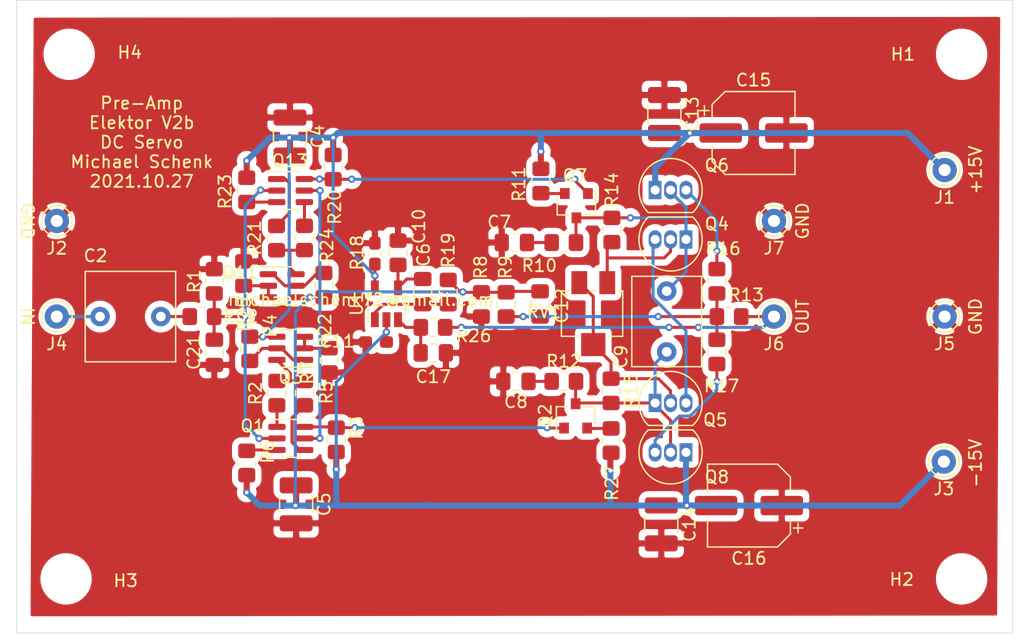
<source format=kicad_pcb>
(kicad_pcb (version 20171130) (host pcbnew "(5.1.10-0-10_14)")
  (layers (0 F.Cu signal) (31 B.Cu signal) (34 B.Paste user) (35 F.Paste user) (36 B.SilkS user) (37 F.SilkS user) (38 B.Mask user) (39 F.Mask user) (44 Edge.Cuts user))
  (net 0 "")
  (net 1 GND)
  (net 2 +15V)
  (net 3 "Net-(C2-Pad2)")
  (net 4 "Net-(C2-Pad1)")
  (net 5 -15V)
  (net 6 "Net-(C7-Pad2)")
  (net 7 "Net-(Q2-Pad2)")
  (net 8 "Net-(Q7-Pad2)")
  (net 9 "Net-(C12-Pad2)")
  (net 10 "Net-(C12-Pad1)")
  (net 11 "Net-(Q11-Pad1)")
  (net 12 "Net-(Q11-Pad6)")
  (net 13 "Net-(Q11-Pad2)")
  (net 14 "Net-(Q13-Pad4)")
  (net 15 "Net-(Q13-Pad3)")
  (net 16 "Net-(Q13-Pad1)")
  (net 17 "Net-(Q3-Pad6)")
  (net 18 "Net-(Q3-Pad1)")
  (net 19 "Net-(Q3-Pad2)")
  (net 20 "Net-(Q1-Pad4)")
  (net 21 "Net-(Q1-Pad3)")
  (net 22 "Net-(Q1-Pad1)")
  (net 23 "Net-(C8-Pad1)")
  (net 24 "Net-(C9-Pad2)")
  (net 25 "Net-(C9-Pad1)")
  (net 26 "Net-(Q1-Pad6)")
  (net 27 "Net-(Q4-Pad3)")
  (net 28 "Net-(Q4-Pad2)")
  (net 29 "Net-(Q5-Pad2)")
  (net 30 "Net-(Q6-Pad3)")
  (net 31 "Net-(Q13-Pad6)")
  (net 32 "Net-(Q8-Pad3)")
  (net 33 "Net-(C21-Pad2)")
  (net 34 "Net-(C6-Pad2)")
  (net 35 DCSERVO_OUT)
  (net 36 "Net-(C17-Pad2)")
  (net 37 DCSERVO_IN)
  (module Capacitor_SMD:CP_Elec_6.3x5.8 (layer F.Cu) (at 182.151 137.4775 180)
    (fp_text reference C16 (at 0 -4.35) (layer F.SilkS))
    (fp_text value 10uF/25V)
    (pad 2 smd roundrect (at 2.7 0 180) (size 3.5 1.6) (layers F.Cu F.Paste F.Mask) (roundrect_rratio 0.15625) (net 5 -15V))
    (pad 1 smd roundrect (at -2.7 0 180) (size 3.5 1.6) (layers F.Cu F.Paste F.Mask) (roundrect_rratio 0.15625) (net 1 GND))
  )
  (module Capacitor_SMD:CP_Elec_6.3x5.8 (layer F.Cu) (at 182.532 106.807)
    (fp_text reference C15 (at 0 -4.35) (layer F.SilkS))
    (fp_text value 10uF/25V)
    (pad 2 smd roundrect (at 2.7 0) (size 3.5 1.6) (layers F.Cu F.Paste F.Mask) (roundrect_rratio 0.15625) (net 1 GND))
    (pad 1 smd roundrect (at -2.7 0) (size 3.5 1.6) (layers F.Cu F.Paste F.Mask) (roundrect_rratio 0.15625) (net 2 +15V))
  )
  (module Capacitor_SMD:C_1210_3225Metric_Pad1.33x2.70mm_HandSolder (layer F.Cu) (at 174.9425 139.0265 270)
    (fp_text reference C14 (at 0 -2.3 90) (layer F.SilkS))
    (fp_text value 100nF)
    (pad 2 smd roundrect (at 1.5625 0 270) (size 1.325 2.7) (layers F.Cu F.Paste F.Mask) (roundrect_rratio 0.188679) (net 1 GND))
    (pad 1 smd roundrect (at -1.5625 0 270) (size 1.325 2.7) (layers F.Cu F.Paste F.Mask) (roundrect_rratio 0.188679) (net 5 -15V))
  )
  (module Capacitor_SMD:C_1210_3225Metric_Pad1.33x2.70mm_HandSolder (layer F.Cu) (at 175.1965 105.2445 270)
    (fp_text reference C13 (at 0 -2.3 90) (layer F.SilkS))
    (fp_text value 100nF)
    (pad 2 smd roundrect (at 1.5625 0 270) (size 1.325 2.7) (layers F.Cu F.Paste F.Mask) (roundrect_rratio 0.188679) (net 2 +15V))
    (pad 1 smd roundrect (at -1.5625 0 270) (size 1.325 2.7) (layers F.Cu F.Paste F.Mask) (roundrect_rratio 0.188679) (net 1 GND))
  )
  (module Capacitor_SMD:C_1210_3225Metric_Pad1.33x2.70mm_HandSolder (layer F.Cu) (at 144.907 137.3755 270)
    (fp_text reference C5 (at 0 -2.3 90) (layer F.SilkS))
    (fp_text value 100nF)
    (pad 2 smd roundrect (at 1.5625 0 270) (size 1.325 2.7) (layers F.Cu F.Paste F.Mask) (roundrect_rratio 0.188679) (net 1 GND))
    (pad 1 smd roundrect (at -1.5625 0 270) (size 1.325 2.7) (layers F.Cu F.Paste F.Mask) (roundrect_rratio 0.188679) (net 5 -15V))
  )
  (module Capacitor_SMD:C_1210_3225Metric_Pad1.33x2.70mm_HandSolder (layer F.Cu) (at 144.399 107.0995 270)
    (fp_text reference C4 (at 0 -2.3 90) (layer F.SilkS))
    (fp_text value 100nF)
    (pad 2 smd roundrect (at 1.5625 0 270) (size 1.325 2.7) (layers F.Cu F.Paste F.Mask) (roundrect_rratio 0.188679) (net 2 +15V))
    (pad 1 smd roundrect (at -1.5625 0 270) (size 1.325 2.7) (layers F.Cu F.Paste F.Mask) (roundrect_rratio 0.188679) (net 1 GND))
  )
  (module Package_TO_SOT_SMD:TSOT-23-5 (layer F.Cu) (at 152.334 120.864 90)
    (fp_text reference U1 (at 0 -2.45 90) (layer F.SilkS))
    (fp_text value OPA188xxDBV)
    (pad 5 smd rect (at 1.31 -0.95 90) (size 1.22 0.65) (layers F.Cu F.Paste F.Mask) (net 2 +15V))
    (pad 4 smd rect (at 1.31 0.95 90) (size 1.22 0.65) (layers F.Cu F.Paste F.Mask) (net 34 "Net-(C6-Pad2)"))
    (pad 3 smd rect (at -1.31 0.95 90) (size 1.22 0.65) (layers F.Cu F.Paste F.Mask) (net 36 "Net-(C17-Pad2)"))
    (pad 2 smd rect (at -1.31 0 90) (size 1.22 0.65) (layers F.Cu F.Paste F.Mask) (net 5 -15V))
    (pad 1 smd rect (at -1.31 -0.95 90) (size 1.22 0.65) (layers F.Cu F.Paste F.Mask) (net 35 DCSERVO_OUT))
  )
  (module Resistor_SMD:R_0805_2012Metric_Pad1.20x1.40mm_HandSolder (layer F.Cu) (at 156.1625 122.809 180)
    (fp_text reference R26 (at -3.3495 -0.6985) (layer F.SilkS))
    (fp_text value 100k)
    (pad 2 smd roundrect (at 1 0 180) (size 1.2 1.4) (layers F.Cu F.Paste F.Mask) (roundrect_rratio 0.208333) (net 36 "Net-(C17-Pad2)"))
    (pad 1 smd roundrect (at -1 0 180) (size 1.2 1.4) (layers F.Cu F.Paste F.Mask) (roundrect_rratio 0.208333) (net 37 DCSERVO_IN))
  )
  (module Resistor_SMD:R_0805_2012Metric_Pad1.20x1.40mm_HandSolder (layer F.Cu) (at 157.4165 119.904 90)
    (fp_text reference R19 (at 3.445 0 90) (layer F.SilkS))
    (fp_text value 10k)
    (pad 2 smd roundrect (at 1 0 90) (size 1.2 1.4) (layers F.Cu F.Paste F.Mask) (roundrect_rratio 0.208333) (net 9 "Net-(C12-Pad2)"))
    (pad 1 smd roundrect (at -1 0 90) (size 1.2 1.4) (layers F.Cu F.Paste F.Mask) (roundrect_rratio 0.208333) (net 35 DCSERVO_OUT))
  )
  (module Resistor_SMD:R_0805_2012Metric_Pad1.20x1.40mm_HandSolder (layer F.Cu) (at 153.289 116.6655 90)
    (fp_text reference R18 (at 0 -3.3655 90) (layer F.SilkS))
    (fp_text value 100k)
    (pad 2 smd roundrect (at 1 0 90) (size 1.2 1.4) (layers F.Cu F.Paste F.Mask) (roundrect_rratio 0.208333) (net 1 GND))
    (pad 1 smd roundrect (at -1 0 90) (size 1.2 1.4) (layers F.Cu F.Paste F.Mask) (roundrect_rratio 0.208333) (net 34 "Net-(C6-Pad2)"))
  )
  (module Capacitor_SMD:C_0805_2012Metric_Pad1.18x1.45mm_HandSolder (layer F.Cu) (at 156.1885 124.9045 180)
    (fp_text reference C17 (at 0 -1.9685) (layer F.SilkS))
    (fp_text value 1uF)
    (pad 2 smd roundrect (at 1.0375 0 180) (size 1.175 1.45) (layers F.Cu F.Paste F.Mask) (roundrect_rratio 0.212766) (net 36 "Net-(C17-Pad2)"))
    (pad 1 smd roundrect (at -1.0375 0 180) (size 1.175 1.45) (layers F.Cu F.Paste F.Mask) (roundrect_rratio 0.212766) (net 1 GND))
  )
  (module Capacitor_SMD:C_0603_1608Metric_Pad1.08x0.95mm_HandSolder (layer F.Cu) (at 151.474 124.0155)
    (fp_text reference C11 (at -3.2015 -0.0635) (layer F.SilkS))
    (fp_text value 100nF)
    (pad 2 smd roundrect (at 0.8625 0) (size 1.075 0.95) (layers F.Cu F.Paste F.Mask) (net 5 -15V))
    (pad 1 smd roundrect (at -0.8625 0) (size 1.075 0.95) (layers F.Cu F.Paste F.Mask) (net 1 GND))
  )
  (module Capacitor_SMD:C_0603_1608Metric_Pad1.08x0.95mm_HandSolder (layer F.Cu) (at 151.384 116.7395 270)
    (fp_text reference C10 (at -2.249 -3.6195 90) (layer F.SilkS))
    (fp_text value 100nF)
    (pad 2 smd roundrect (at 0.8625 0 270) (size 1.075 0.95) (layers F.Cu F.Paste F.Mask) (net 2 +15V))
    (pad 1 smd roundrect (at -0.8625 0 270) (size 1.075 0.95) (layers F.Cu F.Paste F.Mask) (net 1 GND))
  )
  (module Capacitor_SMD:C_0805_2012Metric_Pad1.18x1.45mm_HandSolder (layer F.Cu) (at 155.321 119.8665 90)
    (fp_text reference C6 (at 3.0265 0.0635 90) (layer F.SilkS))
    (fp_text value 1uF)
    (pad 2 smd roundrect (at 1.0375 0 90) (size 1.175 1.45) (layers F.Cu F.Paste F.Mask) (roundrect_rratio 0.212766) (net 34 "Net-(C6-Pad2)"))
    (pad 1 smd roundrect (at -1.0375 0 90) (size 1.175 1.45) (layers F.Cu F.Paste F.Mask) (roundrect_rratio 0.212766) (net 35 DCSERVO_OUT))
  )
  (module Potentiometer_SMD:Potentiometer_Bourns_3214X_Vertical (layer F.Cu) (at 169.3475 121.676)
    (fp_text reference RV1 (at -4.057 -0.137) (layer F.SilkS))
    (fp_text value 10k)
    (pad 1 smd rect (at 1.15 -2.55) (size 1.3 1.9) (layers F.Cu F.Paste F.Mask) (net 28 "Net-(Q4-Pad2)"))
    (pad 2 smd rect (at 0 2.55) (size 2 1.9) (layers F.Cu F.Paste F.Mask) (net 29 "Net-(Q5-Pad2)"))
    (pad 3 smd rect (at -1.15 -2.55) (size 1.3 1.9) (layers F.Cu F.Paste F.Mask) (net 29 "Net-(Q5-Pad2)"))
  )
  (module Resistor_SMD:R_0805_2012Metric_Pad1.20x1.40mm_HandSolder (layer F.Cu) (at 138.176 119.015 90)
    (fp_text reference R1 (at 0 -1.65 90) (layer F.SilkS))
    (fp_text value 10k)
    (pad 2 smd roundrect (at 1 0 90) (size 1.2 1.4) (layers F.Cu F.Paste F.Mask) (roundrect_rratio 0.2083325) (net 1 GND))
    (pad 1 smd roundrect (at -1 0 90) (size 1.2 1.4) (layers F.Cu F.Paste F.Mask) (roundrect_rratio 0.2083325) (net 33 "Net-(C21-Pad2)"))
  )
  (module Resistor_SMD:R_0805_2012Metric_Pad1.20x1.40mm_HandSolder (layer F.Cu) (at 137.16 121.92 180)
    (fp_text reference R32 (at -3.175 0) (layer F.SilkS))
    (fp_text value 470R)
    (pad 2 smd roundrect (at 1 0 180) (size 1.2 1.4) (layers F.Cu F.Paste F.Mask) (roundrect_rratio 0.208333) (net 4 "Net-(C2-Pad1)"))
    (pad 1 smd roundrect (at -1 0 180) (size 1.2 1.4) (layers F.Cu F.Paste F.Mask) (roundrect_rratio 0.208333) (net 33 "Net-(C21-Pad2)"))
  )
  (module Capacitor_SMD:C_0805_2012Metric_Pad1.18x1.45mm_HandSolder (layer F.Cu) (at 138.176 124.8625 90)
    (fp_text reference C21 (at 0 -1.68 90) (layer F.SilkS))
    (fp_text value 33p)
    (pad 2 smd roundrect (at 1.0375 0 90) (size 1.175 1.45) (layers F.Cu F.Paste F.Mask) (roundrect_rratio 0.212766) (net 33 "Net-(C21-Pad2)"))
    (pad 1 smd roundrect (at -1.0375 0 90) (size 1.175 1.45) (layers F.Cu F.Paste F.Mask) (roundrect_rratio 0.212766) (net 1 GND))
  )
  (module Resistor_SMD:R_0805_2012Metric_Pad1.20x1.40mm_HandSolder (layer F.Cu) (at 148.209 132.064 270)
    (fp_text reference R3 (at -1 -1.651 90) (layer F.SilkS))
    (fp_text value 806R)
    (pad 2 smd roundrect (at 1 0 270) (size 1.2 1.4) (layers F.Cu F.Paste F.Mask) (roundrect_rratio 0.2083325) (net 5 -15V))
    (pad 1 smd roundrect (at -1 0 270) (size 1.2 1.4) (layers F.Cu F.Paste F.Mask) (roundrect_rratio 0.2083325) (net 26 "Net-(Q1-Pad6)"))
  )
  (module Resistor_SMD:R_0805_2012Metric_Pad1.20x1.40mm_HandSolder (layer F.Cu) (at 160.147 120.92 270)
    (fp_text reference R8 (at -3.064 0.0635 90) (layer F.SilkS))
    (fp_text value 10k)
    (pad 2 smd roundrect (at 1 0 270) (size 1.2 1.4) (layers F.Cu F.Paste F.Mask) (roundrect_rratio 0.2083325) (net 1 GND))
    (pad 1 smd roundrect (at -1 0 270) (size 1.2 1.4) (layers F.Cu F.Paste F.Mask) (roundrect_rratio 0.2083325) (net 9 "Net-(C12-Pad2)"))
  )
  (module Capacitor_SMD:C_0805_2012Metric_Pad1.18x1.45mm_HandSolder (layer F.Cu) (at 162.983 127.254 180)
    (fp_text reference C8 (at 0 -1.68) (layer F.SilkS))
    (fp_text value 150p)
    (pad 1 smd roundrect (at -1.0375 0 180) (size 1.175 1.45) (layers F.Cu F.Paste F.Mask) (roundrect_rratio 0.212766) (net 23 "Net-(C8-Pad1)"))
    (pad 2 smd roundrect (at 1.0375 0 180) (size 1.175 1.45) (layers F.Cu F.Paste F.Mask) (roundrect_rratio 0.212766) (net 1 GND))
  )
  (module Capacitor_SMD:C_0805_2012Metric_Pad1.18x1.45mm_HandSolder (layer F.Cu) (at 162.856 115.824)
    (fp_text reference C7 (at -1.2485 -1.68) (layer F.SilkS))
    (fp_text value 150p)
    (pad 1 smd roundrect (at -1.0375 0) (size 1.175 1.45) (layers F.Cu F.Paste F.Mask) (roundrect_rratio 0.212766) (net 1 GND))
    (pad 2 smd roundrect (at 1.0375 0) (size 1.175 1.45) (layers F.Cu F.Paste F.Mask) (roundrect_rratio 0.212766) (net 6 "Net-(C7-Pad2)"))
  )
  (module Capacitor_THT:C_Rect_L7.2mm_W5.5mm_P5.00mm_FKS2_FKP2_MKS2_MKP2 (layer F.Cu) (at 175.387 124.8245 90)
    (fp_text reference C9 (at -0.3975 -3.7465 90) (layer F.SilkS))
    (fp_text value 1uF)
    (pad 1 thru_hole circle (at 0 0 90) (size 1.6 1.6) (drill 0.8) (layers *.Cu *.Mask) (net 25 "Net-(C9-Pad1)"))
    (pad 2 thru_hole circle (at 5 0 90) (size 1.6 1.6) (drill 0.8) (layers *.Cu *.Mask) (net 24 "Net-(C9-Pad2)"))
  )
  (module Resistor_SMD:R_0805_2012Metric_Pad1.20x1.40mm_HandSolder (layer F.Cu) (at 179.5145 124.825 270)
    (fp_text reference R17 (at 2.81 -0.381 180) (layer F.SilkS))
    (fp_text value 10R)
    (pad 1 smd roundrect (at -1 0 270) (size 1.2 1.4) (layers F.Cu F.Paste F.Mask) (roundrect_rratio 0.208333) (net 10 "Net-(C12-Pad1)"))
    (pad 2 smd roundrect (at 1 0 270) (size 1.2 1.4) (layers F.Cu F.Paste F.Mask) (roundrect_rratio 0.208333) (net 32 "Net-(Q8-Pad3)"))
  )
  (module Resistor_SMD:R_0805_2012Metric_Pad1.20x1.40mm_HandSolder (layer F.Cu) (at 179.5145 119.015 270)
    (fp_text reference R16 (at -2.683 -0.508 180) (layer F.SilkS))
    (fp_text value 10R)
    (pad 1 smd roundrect (at -1 0 270) (size 1.2 1.4) (layers F.Cu F.Paste F.Mask) (roundrect_rratio 0.208333) (net 30 "Net-(Q6-Pad3)"))
    (pad 2 smd roundrect (at 1 0 270) (size 1.2 1.4) (layers F.Cu F.Paste F.Mask) (roundrect_rratio 0.208333) (net 10 "Net-(C12-Pad1)"))
  )
  (module Resistor_SMD:R_0805_2012Metric_Pad1.20x1.40mm_HandSolder (layer F.Cu) (at 170.815 128.032 270)
    (fp_text reference R15 (at 0 -1.65 90) (layer F.SilkS))
    (fp_text value 390R)
    (pad 1 smd roundrect (at -1 0 270) (size 1.2 1.4) (layers F.Cu F.Paste F.Mask) (roundrect_rratio 0.208333) (net 29 "Net-(Q5-Pad2)"))
    (pad 2 smd roundrect (at 1 0 270) (size 1.2 1.4) (layers F.Cu F.Paste F.Mask) (roundrect_rratio 0.208333) (net 25 "Net-(C9-Pad1)"))
  )
  (module Resistor_SMD:R_0805_2012Metric_Pad1.20x1.40mm_HandSolder (layer F.Cu) (at 170.8785 114.792 270)
    (fp_text reference R14 (at -3.286 0 90) (layer F.SilkS))
    (fp_text value 390R)
    (pad 1 smd roundrect (at -1 0 270) (size 1.2 1.4) (layers F.Cu F.Paste F.Mask) (roundrect_rratio 0.208333) (net 24 "Net-(C9-Pad2)"))
    (pad 2 smd roundrect (at 1 0 270) (size 1.2 1.4) (layers F.Cu F.Paste F.Mask) (roundrect_rratio 0.208333) (net 28 "Net-(Q4-Pad2)"))
  )
  (module Resistor_SMD:R_0805_2012Metric_Pad1.20x1.40mm_HandSolder (layer F.Cu) (at 166.9255 127.254)
    (fp_text reference R12 (at 0 -1.65) (layer F.SilkS))
    (fp_text value 10k)
    (pad 1 smd roundrect (at -1 0) (size 1.2 1.4) (layers F.Cu F.Paste F.Mask) (roundrect_rratio 0.208333) (net 23 "Net-(C8-Pad1)"))
    (pad 2 smd roundrect (at 1 0) (size 1.2 1.4) (layers F.Cu F.Paste F.Mask) (roundrect_rratio 0.208333) (net 25 "Net-(C9-Pad1)"))
  )
  (module Resistor_SMD:R_0805_2012Metric_Pad1.20x1.40mm_HandSolder (layer F.Cu) (at 166.9255 115.824 180)
    (fp_text reference R10 (at 2.016 -1.905) (layer F.SilkS))
    (fp_text value 10k)
    (pad 1 smd roundrect (at -1 0 180) (size 1.2 1.4) (layers F.Cu F.Paste F.Mask) (roundrect_rratio 0.208333) (net 24 "Net-(C9-Pad2)"))
    (pad 2 smd roundrect (at 1 0 180) (size 1.2 1.4) (layers F.Cu F.Paste F.Mask) (roundrect_rratio 0.208333) (net 6 "Net-(C7-Pad2)"))
  )
  (module Package_TO_SOT_THT:TO-92_Inline (layer F.Cu) (at 176.9745 133.096 180)
    (fp_text reference Q8 (at -2.54 -2.032) (layer F.SilkS))
    (fp_text value BC327-40)
    (pad 2 thru_hole oval (at 1.27 0 180) (size 1.05 1.5) (drill 0.75) (layers *.Cu *.Mask) (net 25 "Net-(C9-Pad1)"))
    (pad 3 thru_hole oval (at 2.54 0 180) (size 1.05 1.5) (drill 0.75) (layers *.Cu *.Mask) (net 32 "Net-(Q8-Pad3)"))
    (pad 1 thru_hole rect (at 0 0 180) (size 1.05 1.5) (drill 0.75) (layers *.Cu *.Mask) (net 5 -15V))
  )
  (module Package_TO_SOT_THT:TO-92_Inline (layer F.Cu) (at 174.4345 111.506)
    (fp_text reference Q6 (at 5.08 -2.032) (layer F.SilkS))
    (fp_text value BC337-40)
    (pad 2 thru_hole oval (at 1.27 0) (size 1.05 1.5) (drill 0.75) (layers *.Cu *.Mask) (net 24 "Net-(C9-Pad2)"))
    (pad 3 thru_hole oval (at 2.54 0) (size 1.05 1.5) (drill 0.75) (layers *.Cu *.Mask) (net 30 "Net-(Q6-Pad3)"))
    (pad 1 thru_hole rect (at 0 0) (size 1.05 1.5) (drill 0.75) (layers *.Cu *.Mask) (net 2 +15V))
  )
  (module Package_TO_SOT_THT:TO-92_Inline (layer F.Cu) (at 174.4345 129.032)
    (fp_text reference Q5 (at 4.953 1.397) (layer F.SilkS))
    (fp_text value BC560C)
    (pad 2 thru_hole oval (at 1.27 0) (size 1.05 1.5) (drill 0.75) (layers *.Cu *.Mask) (net 29 "Net-(Q5-Pad2)"))
    (pad 3 thru_hole oval (at 2.54 0) (size 1.05 1.5) (drill 0.75) (layers *.Cu *.Mask) (net 27 "Net-(Q4-Pad3)"))
    (pad 1 thru_hole rect (at 0 0) (size 1.05 1.5) (drill 0.75) (layers *.Cu *.Mask) (net 25 "Net-(C9-Pad1)"))
  )
  (module Package_TO_SOT_THT:TO-92_Inline (layer F.Cu) (at 176.9745 115.57 180)
    (fp_text reference Q4 (at -2.54 1.27) (layer F.SilkS))
    (fp_text value BC550C)
    (pad 2 thru_hole oval (at 1.27 0 180) (size 1.05 1.5) (drill 0.75) (layers *.Cu *.Mask) (net 28 "Net-(Q4-Pad2)"))
    (pad 3 thru_hole oval (at 2.54 0 180) (size 1.05 1.5) (drill 0.75) (layers *.Cu *.Mask) (net 27 "Net-(Q4-Pad3)"))
    (pad 1 thru_hole rect (at 0 0 180) (size 1.05 1.5) (drill 0.75) (layers *.Cu *.Mask) (net 24 "Net-(C9-Pad2)"))
  )
  (module Package_TO_SOT_SMD:SOT-23 (layer F.Cu) (at 167.894 130.0955 90)
    (fp_text reference Q2 (at 0 -2.5 90) (layer F.SilkS))
    (fp_text value BC850C)
    (pad 1 smd rect (at -1 -0.95 90) (size 0.9 0.8) (layers F.Cu F.Paste F.Mask) (net 26 "Net-(Q1-Pad6)"))
    (pad 2 smd rect (at -1 0.95 90) (size 0.9 0.8) (layers F.Cu F.Paste F.Mask) (net 7 "Net-(Q2-Pad2)"))
    (pad 3 smd rect (at 1 0 90) (size 0.9 0.8) (layers F.Cu F.Paste F.Mask) (net 25 "Net-(C9-Pad1)"))
  )
  (module Package_SO:SC-74-6_1.5x2.9mm_P0.95mm (layer F.Cu) (at 144.468 131.9505)
    (fp_text reference Q1 (at -3.1424 -1.0262) (layer F.SilkS))
    (fp_text value BCM857DS,115)
    (pad 6 smd roundrect (at 1.1375 -0.95) (size 1.425 0.5) (layers F.Cu F.Paste F.Mask) (net 26 "Net-(Q1-Pad6)"))
    (pad 5 smd roundrect (at 1.1375 0) (size 1.425 0.5) (layers F.Cu F.Paste F.Mask) (net 9 "Net-(C12-Pad2)"))
    (pad 4 smd roundrect (at 1.1375 0.95) (size 1.425 0.5) (layers F.Cu F.Paste F.Mask) (net 20 "Net-(Q1-Pad4)"))
    (pad 3 smd roundrect (at -1.1375 0.95) (size 1.425 0.5) (layers F.Cu F.Paste F.Mask) (net 21 "Net-(Q1-Pad3)"))
    (pad 2 smd roundrect (at -1.1375 0) (size 1.425 0.5) (layers F.Cu F.Paste F.Mask) (net 33 "Net-(C21-Pad2)"))
    (pad 1 smd roundrect (at -1.1375 -0.95) (size 1.425 0.5) (layers F.Cu F.Paste F.Mask) (net 22 "Net-(Q1-Pad1)"))
  )
  (module Package_SO:SC-74-6_1.5x2.9mm_P0.95mm (layer F.Cu) (at 144.457 124.5337 180)
    (fp_text reference Q3 (at 0 -2.4) (layer F.SilkS))
    (fp_text value BCM857DS,115)
    (pad 6 smd roundrect (at 1.1375 -0.95 180) (size 1.425 0.5) (layers F.Cu F.Paste F.Mask) (net 17 "Net-(Q3-Pad6)"))
    (pad 5 smd roundrect (at 1.1375 0 180) (size 1.425 0.5) (layers F.Cu F.Paste F.Mask) (net 18 "Net-(Q3-Pad1)"))
    (pad 4 smd roundrect (at 1.1375 0.95 180) (size 1.425 0.5) (layers F.Cu F.Paste F.Mask) (net 2 +15V))
    (pad 3 smd roundrect (at -1.1375 0.95 180) (size 1.425 0.5) (layers F.Cu F.Paste F.Mask) (net 19 "Net-(Q3-Pad2)"))
    (pad 2 smd roundrect (at -1.1375 0 180) (size 1.425 0.5) (layers F.Cu F.Paste F.Mask) (net 19 "Net-(Q3-Pad2)"))
    (pad 1 smd roundrect (at -1.1375 -0.95 180) (size 1.425 0.5) (layers F.Cu F.Paste F.Mask) (net 18 "Net-(Q3-Pad1)"))
  )
  (module Package_SO:SC-74-6_1.5x2.9mm_P0.95mm (layer F.Cu) (at 144.4443 111.5466)
    (fp_text reference Q13 (at -0.0453 -2.4536) (layer F.SilkS))
    (fp_text value BCM847DS,115)
    (pad 6 smd roundrect (at 1.1375 -0.95) (size 1.425 0.5) (layers F.Cu F.Paste F.Mask) (net 31 "Net-(Q13-Pad6)"))
    (pad 5 smd roundrect (at 1.1375 0) (size 1.425 0.5) (layers F.Cu F.Paste F.Mask) (net 9 "Net-(C12-Pad2)"))
    (pad 4 smd roundrect (at 1.1375 0.95) (size 1.425 0.5) (layers F.Cu F.Paste F.Mask) (net 14 "Net-(Q13-Pad4)"))
    (pad 3 smd roundrect (at -1.1375 0.95) (size 1.425 0.5) (layers F.Cu F.Paste F.Mask) (net 15 "Net-(Q13-Pad3)"))
    (pad 2 smd roundrect (at -1.1375 0) (size 1.425 0.5) (layers F.Cu F.Paste F.Mask) (net 33 "Net-(C21-Pad2)"))
    (pad 1 smd roundrect (at -1.1375 -0.95) (size 1.425 0.5) (layers F.Cu F.Paste F.Mask) (net 16 "Net-(Q13-Pad1)"))
  )
  (module Package_SO:SC-74-6_1.5x2.9mm_P0.95mm (layer F.Cu) (at 143.7585 119.3825)
    (fp_text reference Q11 (at -3.4823 -1.0897) (layer F.SilkS))
    (fp_text value BCM847DS,115)
    (pad 6 smd roundrect (at 1.1375 -0.95) (size 1.425 0.5) (layers F.Cu F.Paste F.Mask) (net 12 "Net-(Q11-Pad6)"))
    (pad 5 smd roundrect (at 1.1375 0) (size 1.425 0.5) (layers F.Cu F.Paste F.Mask) (net 11 "Net-(Q11-Pad1)"))
    (pad 4 smd roundrect (at 1.1375 0.95) (size 1.425 0.5) (layers F.Cu F.Paste F.Mask) (net 5 -15V))
    (pad 3 smd roundrect (at -1.1375 0.95) (size 1.425 0.5) (layers F.Cu F.Paste F.Mask) (net 13 "Net-(Q11-Pad2)"))
    (pad 2 smd roundrect (at -1.1375 0) (size 1.425 0.5) (layers F.Cu F.Paste F.Mask) (net 13 "Net-(Q11-Pad2)"))
    (pad 1 smd roundrect (at -1.1375 -0.95) (size 1.425 0.5) (layers F.Cu F.Paste F.Mask) (net 11 "Net-(Q11-Pad1)"))
  )
  (module Resistor_SMD:R_0805_2012Metric_Pad1.20x1.40mm_HandSolder (layer F.Cu) (at 180.5145 121.92 180)
    (fp_text reference R13 (at -1.413 1.778) (layer F.SilkS))
    (fp_text value 47R)
    (pad 1 smd roundrect (at -1 0 180) (size 1.2 1.4) (layers F.Cu F.Paste F.Mask) (roundrect_rratio 0.2083325) (net 37 DCSERVO_IN))
    (pad 2 smd roundrect (at 1 0 180) (size 1.2 1.4) (layers F.Cu F.Paste F.Mask) (roundrect_rratio 0.2083325) (net 10 "Net-(C12-Pad1)"))
  )
  (module Resistor_SMD:R_0805_2012Metric_Pad1.20x1.40mm_HandSolder (layer F.Cu) (at 170.815 132.1275 270)
    (fp_text reference R27 (at 3.5085 -0.0635 90) (layer F.SilkS))
    (fp_text value 249R)
    (pad 1 smd roundrect (at -1 0 270) (size 1.2 1.4) (layers F.Cu F.Paste F.Mask) (roundrect_rratio 0.2083325) (net 7 "Net-(Q2-Pad2)"))
    (pad 2 smd roundrect (at 1 0 270) (size 1.2 1.4) (layers F.Cu F.Paste F.Mask) (roundrect_rratio 0.2083325) (net 5 -15V))
  )
  (module Resistor_SMD:R_0805_2012Metric_Pad1.20x1.40mm_HandSolder (layer F.Cu) (at 140.589 118.38 270)
    (fp_text reference R25 (at 3.3495 -0.0762 90) (layer F.SilkS))
    (fp_text value 10k)
    (pad 2 smd roundrect (at 1 0 270) (size 1.2 1.4) (layers F.Cu F.Paste F.Mask) (roundrect_rratio 0.2083325) (net 13 "Net-(Q11-Pad2)"))
    (pad 1 smd roundrect (at -1 0 270) (size 1.2 1.4) (layers F.Cu F.Paste F.Mask) (roundrect_rratio 0.2083325) (net 1 GND))
  )
  (module Resistor_SMD:R_0805_2012Metric_Pad1.20x1.40mm_HandSolder (layer F.Cu) (at 145.5928 115.4463 270)
    (fp_text reference R24 (at 0.6317 -1.8542 90) (layer F.SilkS))
    (fp_text value 80.6R)
    (pad 2 smd roundrect (at 1 0 270) (size 1.2 1.4) (layers F.Cu F.Paste F.Mask) (roundrect_rratio 0.2083325) (net 12 "Net-(Q11-Pad6)"))
    (pad 1 smd roundrect (at -1 0 270) (size 1.2 1.4) (layers F.Cu F.Paste F.Mask) (roundrect_rratio 0.2083325) (net 14 "Net-(Q13-Pad4)"))
  )
  (module Resistor_SMD:R_0805_2012Metric_Pad1.20x1.40mm_HandSolder (layer F.Cu) (at 140.843 111.49 270)
    (fp_text reference R23 (at 0.143 1.778 90) (layer F.SilkS))
    (fp_text value 806R)
    (pad 2 smd roundrect (at 1 0 270) (size 1.2 1.4) (layers F.Cu F.Paste F.Mask) (roundrect_rratio 0.2083325) (net 15 "Net-(Q13-Pad3)"))
    (pad 1 smd roundrect (at -1 0 270) (size 1.2 1.4) (layers F.Cu F.Paste F.Mask) (roundrect_rratio 0.2083325) (net 2 +15V))
  )
  (module Resistor_SMD:R_0805_2012Metric_Pad1.20x1.40mm_HandSolder (layer F.Cu) (at 147.193 119.3325 270)
    (fp_text reference R22 (at 3.7752 -0.0889 90) (layer F.SilkS))
    (fp_text value 140R)
    (pad 2 smd roundrect (at 1 0 270) (size 1.2 1.4) (layers F.Cu F.Paste F.Mask) (roundrect_rratio 0.2083325) (net 5 -15V))
    (pad 1 smd roundrect (at -1 0 270) (size 1.2 1.4) (layers F.Cu F.Paste F.Mask) (roundrect_rratio 0.2083325) (net 11 "Net-(Q11-Pad1)"))
  )
  (module Resistor_SMD:R_0805_2012Metric_Pad1.20x1.40mm_HandSolder (layer F.Cu) (at 143.2941 115.459 270)
    (fp_text reference R21 (at -0.0094 1.8034 90) (layer F.SilkS))
    (fp_text value 80.6R)
    (pad 2 smd roundrect (at 1 0 270) (size 1.2 1.4) (layers F.Cu F.Paste F.Mask) (roundrect_rratio 0.2083325) (net 12 "Net-(Q11-Pad6)"))
    (pad 1 smd roundrect (at -1 0 270) (size 1.2 1.4) (layers F.Cu F.Paste F.Mask) (roundrect_rratio 0.2083325) (net 16 "Net-(Q13-Pad1)"))
  )
  (module Resistor_SMD:R_0805_2012Metric_Pad1.20x1.40mm_HandSolder (layer F.Cu) (at 147.955 109.617 270)
    (fp_text reference R20 (at 3.286 -0.127 90) (layer F.SilkS))
    (fp_text value 806R)
    (pad 2 smd roundrect (at 1 0 270) (size 1.2 1.4) (layers F.Cu F.Paste F.Mask) (roundrect_rratio 0.2083325) (net 31 "Net-(Q13-Pad6)"))
    (pad 1 smd roundrect (at -1 0 270) (size 1.2 1.4) (layers F.Cu F.Paste F.Mask) (roundrect_rratio 0.2083325) (net 2 +15V))
  )
  (module Connector_Pin:Pin_D1.0mm_L10.0mm (layer F.Cu) (at 184.2135 114.046)
    (fp_text reference J7 (at 0 2.25) (layer F.SilkS))
    (fp_text value Conn_01x01)
    (pad 1 thru_hole circle (at 0 0) (size 2 2) (drill 1) (layers *.Cu *.Mask) (net 1 GND))
  )
  (module Connector_Pin:Pin_D1.0mm_L10.0mm (layer F.Cu) (at 184.2135 121.92)
    (fp_text reference J6 (at 0 2.25) (layer F.SilkS))
    (fp_text value Conn_01x01)
    (pad 1 thru_hole circle (at 0 0) (size 2 2) (drill 1) (layers *.Cu *.Mask) (net 37 DCSERVO_IN))
  )
  (module Connector_Pin:Pin_D1.0mm_L10.0mm (layer F.Cu) (at 198.247 121.92)
    (fp_text reference J5 (at 0 2.25) (layer F.SilkS))
    (fp_text value Conn_01x01)
    (pad 1 thru_hole circle (at 0 0) (size 2 2) (drill 1) (layers *.Cu *.Mask) (net 1 GND))
  )
  (module Connector_Pin:Pin_D1.0mm_L10.0mm (layer F.Cu) (at 125.222 121.92)
    (fp_text reference J4 (at 0 2.25) (layer F.SilkS))
    (fp_text value Conn_01x01)
    (pad 1 thru_hole circle (at 0 0) (size 2 2) (drill 1) (layers *.Cu *.Mask) (net 3 "Net-(C2-Pad2)"))
  )
  (module Connector_Pin:Pin_D1.0mm_L10.0mm (layer F.Cu) (at 198.1835 133.858)
    (fp_text reference J3 (at 0 2.25) (layer F.SilkS))
    (fp_text value Conn_01x01)
    (pad 1 thru_hole circle (at 0 0) (size 2 2) (drill 1) (layers *.Cu *.Mask) (net 5 -15V))
  )
  (module Connector_Pin:Pin_D1.0mm_L10.0mm (layer F.Cu) (at 125.222 114.046)
    (fp_text reference J2 (at 0 2.25) (layer F.SilkS))
    (fp_text value Conn_01x01)
    (pad 1 thru_hole circle (at 0 0) (size 2 2) (drill 1) (layers *.Cu *.Mask) (net 1 GND))
  )
  (module Connector_Pin:Pin_D1.0mm_L10.0mm (layer F.Cu) (at 198.247 109.855)
    (fp_text reference J1 (at 0 2.25) (layer F.SilkS))
    (fp_text value Conn_01x01)
    (pad 1 thru_hole circle (at 0 0) (size 2 2) (drill 1) (layers *.Cu *.Mask) (net 2 +15V))
  )
  (module Resistor_SMD:R_0805_2012Metric_Pad1.20x1.40mm_HandSolder (layer F.Cu) (at 141.097 124.571 270)
    (fp_text reference R4 (at -1.889 -1.6891 90) (layer F.SilkS))
    (fp_text value 140R)
    (pad 2 smd roundrect (at 1 0 270) (size 1.2 1.4) (layers F.Cu F.Paste F.Mask) (roundrect_rratio 0.2083325) (net 18 "Net-(Q3-Pad1)"))
    (pad 1 smd roundrect (at -1 0 270) (size 1.2 1.4) (layers F.Cu F.Paste F.Mask) (roundrect_rratio 0.2083325) (net 2 +15V))
  )
  (module Capacitor_SMD:C_0805_2012Metric_Pad1.18x1.45mm_HandSolder (layer F.Cu) (at 164.973 120.8825 90)
    (fp_text reference C12 (at -0.1485 1.778 90) (layer F.SilkS))
    (fp_text value 6.8pF)
    (pad 2 smd roundrect (at 1.0375 0 90) (size 1.175 1.45) (layers F.Cu F.Paste F.Mask) (roundrect_rratio 0.2127659574468085) (net 9 "Net-(C12-Pad2)"))
    (pad 1 smd roundrect (at -1.0375 0 90) (size 1.175 1.45) (layers F.Cu F.Paste F.Mask) (roundrect_rratio 0.2127659574468085) (net 10 "Net-(C12-Pad1)"))
  )
  (module Resistor_SMD:R_0805_2012Metric_Pad1.20x1.40mm_HandSolder (layer F.Cu) (at 165.0365 110.76 270)
    (fp_text reference R11 (at 0.2634 1.8034 90) (layer F.SilkS))
    (fp_text value 249R)
    (pad 1 smd roundrect (at -1 0 270) (size 1.2 1.4) (layers F.Cu F.Paste F.Mask) (roundrect_rratio 0.2083325) (net 2 +15V))
    (pad 2 smd roundrect (at 1 0 270) (size 1.2 1.4) (layers F.Cu F.Paste F.Mask) (roundrect_rratio 0.2083325) (net 8 "Net-(Q7-Pad2)"))
  )
  (module Resistor_SMD:R_0805_2012Metric_Pad1.20x1.40mm_HandSolder (layer F.Cu) (at 162.179 120.92 90)
    (fp_text reference R9 (at 3.064 -0.0635 90) (layer F.SilkS))
    (fp_text value 10k)
    (pad 2 smd roundrect (at 1 0 90) (size 1.2 1.4) (layers F.Cu F.Paste F.Mask) (roundrect_rratio 0.2083325) (net 9 "Net-(C12-Pad2)"))
    (pad 1 smd roundrect (at -1 0 90) (size 1.2 1.4) (layers F.Cu F.Paste F.Mask) (roundrect_rratio 0.2083325) (net 10 "Net-(C12-Pad1)"))
  )
  (module Resistor_SMD:R_0805_2012Metric_Pad1.20x1.40mm_HandSolder (layer F.Cu) (at 147.6375 125.5235 270)
    (fp_text reference R7 (at 1.016 1.778 90) (layer F.SilkS))
    (fp_text value 10k)
    (pad 2 smd roundrect (at 1 0 270) (size 1.2 1.4) (layers F.Cu F.Paste F.Mask) (roundrect_rratio 0.2083325) (net 1 GND))
    (pad 1 smd roundrect (at -1 0 270) (size 1.2 1.4) (layers F.Cu F.Paste F.Mask) (roundrect_rratio 0.2083325) (net 19 "Net-(Q3-Pad2)"))
  )
  (module Resistor_SMD:R_0805_2012Metric_Pad1.20x1.40mm_HandSolder (layer F.Cu) (at 140.843 133.969 270)
    (fp_text reference R6 (at -0.9238 -1.7272 90) (layer F.SilkS))
    (fp_text value 806R)
    (pad 2 smd roundrect (at 1 0 270) (size 1.2 1.4) (layers F.Cu F.Paste F.Mask) (roundrect_rratio 0.2083325) (net 5 -15V))
    (pad 1 smd roundrect (at -1 0 270) (size 1.2 1.4) (layers F.Cu F.Paste F.Mask) (roundrect_rratio 0.2083325) (net 21 "Net-(Q1-Pad3)"))
  )
  (module Resistor_SMD:R_0805_2012Metric_Pad1.20x1.40mm_HandSolder (layer F.Cu) (at 145.6055 128.2225 270)
    (fp_text reference R5 (at -0.0602 -1.778 90) (layer F.SilkS))
    (fp_text value 80.6R)
    (pad 2 smd roundrect (at 1 0 270) (size 1.2 1.4) (layers F.Cu F.Paste F.Mask) (roundrect_rratio 0.2083325) (net 20 "Net-(Q1-Pad4)"))
    (pad 1 smd roundrect (at -1 0 270) (size 1.2 1.4) (layers F.Cu F.Paste F.Mask) (roundrect_rratio 0.2083325) (net 17 "Net-(Q3-Pad6)"))
  )
  (module Resistor_SMD:R_0805_2012Metric_Pad1.20x1.40mm_HandSolder (layer F.Cu) (at 143.3195 128.2225 270)
    (fp_text reference R2 (at 0.016 1.7526 90) (layer F.SilkS))
    (fp_text value 80.6R)
    (pad 2 smd roundrect (at 1 0 270) (size 1.2 1.4) (layers F.Cu F.Paste F.Mask) (roundrect_rratio 0.2083325) (net 22 "Net-(Q1-Pad1)"))
    (pad 1 smd roundrect (at -1 0 270) (size 1.2 1.4) (layers F.Cu F.Paste F.Mask) (roundrect_rratio 0.2083325) (net 17 "Net-(Q3-Pad6)"))
  )
  (module Package_TO_SOT_SMD:SOT-23 (layer F.Cu) (at 167.9575 112.792 270)
    (fp_text reference Q7 (at -2.4732 0.1168) (layer F.SilkS))
    (fp_text value BC860C)
    (pad 1 smd rect (at -1 -0.95 270) (size 0.9 0.8) (layers F.Cu F.Paste F.Mask) (net 31 "Net-(Q13-Pad6)"))
    (pad 2 smd rect (at -1 0.95 270) (size 0.9 0.8) (layers F.Cu F.Paste F.Mask) (net 8 "Net-(Q7-Pad2)"))
    (pad 3 smd rect (at 1 0 270) (size 0.9 0.8) (layers F.Cu F.Paste F.Mask) (net 24 "Net-(C9-Pad2)"))
  )
  (module MountingHole:MountingHole_3.2mm_M3 (layer F.Cu) (at 126.238 100.33)
    (fp_text reference H4 (at 4.9784 -0.1524) (layer F.SilkS))
    (fp_text value MountingHole)
    (pad 1 np_thru_hole circle (at 0 0) (size 3.2 3.2) (drill 3.2) (layers *.Cu *.Mask))
  )
  (module MountingHole:MountingHole_3.2mm_M3 (layer F.Cu) (at 125.984 143.51)
    (fp_text reference H3 (at 4.9022 0.1524) (layer F.SilkS))
    (fp_text value MountingHole)
    (pad 1 np_thru_hole circle (at 0 0) (size 3.2 3.2) (drill 3.2) (layers *.Cu *.Mask))
  )
  (module MountingHole:MountingHole_3.2mm_M3 (layer F.Cu) (at 199.644 143.51)
    (fp_text reference H2 (at -4.9276 0.0508) (layer F.SilkS))
    (fp_text value MountingHole)
    (pad 1 np_thru_hole circle (at 0 0) (size 3.2 3.2) (drill 3.2) (layers *.Cu *.Mask))
  )
  (module MountingHole:MountingHole_3.2mm_M3 (layer F.Cu) (at 199.644 100.33)
    (fp_text reference H1 (at -4.826 0) (layer F.SilkS))
    (fp_text value MountingHole)
    (pad 1 np_thru_hole circle (at 0 0) (size 3.2 3.2) (drill 3.2) (layers *.Cu *.Mask))
  )
  (module Capacitor_THT:C_Rect_L7.2mm_W7.2mm_P5.00mm_FKS2_FKP2_MKS2_MKP2 (layer F.Cu) (at 133.778 121.92 180)
    (fp_text reference C2 (at 5.3721 5.0038) (layer F.SilkS))
    (fp_text value 3.3uF)
    (pad 2 thru_hole circle (at 5 0 180) (size 1.6 1.6) (drill 0.8) (layers *.Cu *.Mask) (net 3 "Net-(C2-Pad2)"))
    (pad 1 thru_hole circle (at 0 0 180) (size 1.6 1.6) (drill 0.8) (layers *.Cu *.Mask) (net 4 "Net-(C2-Pad1)"))
  )
  (gr_text -15V (at 200.787 133.985 90) (layer F.SilkS) (effects (font (size 1 1))))
  (gr_text michaelschenk72@gmail.com (at 150.241 120.523) (layer F.SilkS) (effects (font (size 1 1))))
  (gr_text "Pre-Amp\nElektor V2b\nDC Servo\nMichael Schenk\n2021.10.27" (at 132.207 107.569) (layer F.SilkS) (effects (font (size 1 1))))
  (gr_line (start 203.835 95.885) (end 121.92 95.885) (layer Edge.Cuts) (width 0.05))
  (gr_line (start 203.835 147.955) (end 203.835 95.885) (layer Edge.Cuts) (width 0.05))
  (gr_line (start 121.92 147.955) (end 203.835 147.955) (layer Edge.Cuts) (width 0.05))
  (gr_line (start 121.92 96.52) (end 121.92 147.955) (layer Edge.Cuts) (width 0.05))
  (gr_line (start 121.92 95.885) (end 121.92 96.52) (layer Edge.Cuts) (width 0.05))
  (gr_text GND (at 186.563 114.046 90) (layer F.SilkS) (effects (font (size 1 1))))
  (gr_text OUT (at 186.563 121.92 90) (layer F.SilkS) (effects (font (size 1 1))))
  (gr_text GND (at 122.809 114.046 270) (layer F.SilkS) (effects (font (size 1 1))))
  (gr_text IN (at 122.809 121.92 270) (layer F.SilkS) (effects (font (size 1 1))))
  (gr_text GND (at 200.787 121.92 90) (layer F.SilkS) (effects (font (size 1 1))))
  (gr_text +15V (at 200.787 109.855 90) (layer F.SilkS) (effects (font (size 1 1))))
  (via (at 165.0365 108.331) (size 0.6) (drill 0.3) (layers F.Cu B.Cu) (net 2))
  (segment (start 165.0365 109.76) (end 165.0365 108.331) (width 0.5) (layer F.Cu) (net 2))
  (via (at 147.955 107.188) (size 0.6) (drill 0.3) (layers F.Cu B.Cu) (net 2))
  (segment (start 147.955 108.617) (end 147.955 107.188) (width 0.5) (layer F.Cu) (net 2))
  (via (at 140.843 109.093) (size 0.6) (drill 0.3) (layers F.Cu B.Cu) (net 2))
  (segment (start 140.843 110.49) (end 140.843 109.093) (width 0.5) (layer F.Cu) (net 2))
  (segment (start 151.384 119.554) (end 151.384 118.5545) (width 0.25) (layer F.Cu) (net 2))
  (segment (start 151.384 118.5545) (end 151.384 117.602) (width 0.25) (layer F.Cu) (net 2))
  (via (at 151.384 118.5545) (size 0.6) (drill 0.3) (layers F.Cu B.Cu) (net 2))
  (segment (start 142.748 107.188) (end 140.843 109.093) (width 0.5) (layer B.Cu) (net 2))
  (segment (start 195.199 106.807) (end 198.247 109.855) (width 0.5) (layer B.Cu) (net 2))
  (via (at 144.3355 107.188) (size 0.6) (drill 0.3) (layers F.Cu B.Cu) (net 2))
  (segment (start 144.399 108.662) (end 144.399 107.2515) (width 0.5) (layer F.Cu) (net 2))
  (segment (start 144.399 107.2515) (end 144.3355 107.188) (width 0.5) (layer F.Cu) (net 2))
  (segment (start 144.3355 107.188) (end 142.748 107.188) (width 0.5) (layer B.Cu) (net 2))
  (segment (start 147.955 107.188) (end 144.3355 107.188) (width 0.5) (layer B.Cu) (net 2))
  (segment (start 174.3075 106.807) (end 195.199 106.807) (width 0.5) (layer B.Cu) (net 2))
  (segment (start 179.832 106.807) (end 177.292 106.807) (width 0.5) (layer F.Cu) (net 2))
  (segment (start 177.292 106.807) (end 175.1965 106.807) (width 0.5) (layer F.Cu) (net 2))
  (via (at 177.292 106.807) (size 0.6) (drill 0.3) (layers F.Cu B.Cu) (net 2))
  (segment (start 174.4345 109.6645) (end 177.292 106.807) (width 0.5) (layer B.Cu) (net 2))
  (segment (start 174.4345 111.506) (end 174.4345 109.6645) (width 0.5) (layer B.Cu) (net 2))
  (segment (start 165.0365 108.331) (end 165.0365 106.807) (width 0.5) (layer B.Cu) (net 2))
  (segment (start 165.0365 106.807) (end 174.3075 106.807) (width 0.5) (layer B.Cu) (net 2))
  (segment (start 147.955 115.1255) (end 151.384 118.5545) (width 0.25) (layer B.Cu) (net 2))
  (segment (start 147.955 107.188) (end 147.955 115.1255) (width 0.25) (layer B.Cu) (net 2))
  (segment (start 148.336 106.807) (end 147.955 107.188) (width 0.5) (layer B.Cu) (net 2))
  (segment (start 151.384 106.807) (end 148.336 106.807) (width 0.5) (layer B.Cu) (net 2))
  (segment (start 165.0365 106.807) (end 151.384 106.807) (width 0.5) (layer B.Cu) (net 2))
  (segment (start 141.1097 123.5837) (end 141.097 123.571) (width 0.25) (layer F.Cu) (net 2))
  (segment (start 143.3195 123.5837) (end 142.1638 123.5837) (width 0.25) (layer F.Cu) (net 2))
  (segment (start 142.1638 123.5837) (end 141.1097 123.5837) (width 0.25) (layer F.Cu) (net 2))
  (via (at 142.1638 123.5837) (size 0.6) (drill 0.3) (layers F.Cu B.Cu) (net 2))
  (segment (start 144.3355 121.412) (end 142.1638 123.5837) (width 0.25) (layer B.Cu) (net 2))
  (segment (start 144.3355 107.188) (end 144.3355 121.412) (width 0.25) (layer B.Cu) (net 2))
  (segment (start 125.222 121.92) (end 128.778 121.92) (width 0.25) (layer B.Cu) (net 3))
  (segment (start 133.778 121.92) (end 136.16 121.92) (width 0.25) (layer F.Cu) (net 4))
  (segment (start 177.038 133.1595) (end 176.9745 133.096) (width 0.5) (layer B.Cu) (net 5))
  (via (at 170.7515 134.62) (size 0.6) (drill 0.3) (layers F.Cu B.Cu) (net 5))
  (segment (start 170.7515 133.191) (end 170.815 133.1275) (width 0.5) (layer F.Cu) (net 5))
  (segment (start 170.7515 134.62) (end 170.7515 133.191) (width 0.5) (layer F.Cu) (net 5))
  (via (at 148.209 134.493) (size 0.6) (drill 0.3) (layers F.Cu B.Cu) (net 5))
  (segment (start 148.209 133.064) (end 148.209 134.493) (width 0.5) (layer F.Cu) (net 5))
  (via (at 140.843 136.398) (size 0.6) (drill 0.3) (layers F.Cu B.Cu) (net 5))
  (segment (start 140.843 134.969) (end 140.843 136.398) (width 0.5) (layer F.Cu) (net 5))
  (segment (start 152.3365 122.1765) (end 152.334 122.174) (width 0.25) (layer F.Cu) (net 5))
  (segment (start 152.3365 124.0155) (end 152.3365 123.19) (width 0.25) (layer F.Cu) (net 5))
  (segment (start 152.3365 123.19) (end 152.3365 122.1765) (width 0.25) (layer F.Cu) (net 5))
  (via (at 152.3365 123.19) (size 0.6) (drill 0.3) (layers F.Cu B.Cu) (net 5))
  (segment (start 198.1835 133.858) (end 194.564 137.4775) (width 0.5) (layer B.Cu) (net 5))
  (segment (start 141.9225 137.4775) (end 140.843 136.398) (width 0.5) (layer B.Cu) (net 5))
  (segment (start 148.209 137.3505) (end 148.082 137.4775) (width 0.5) (layer B.Cu) (net 5))
  (segment (start 148.209 134.493) (end 148.209 137.3505) (width 0.5) (layer B.Cu) (net 5))
  (via (at 144.8435 137.4775) (size 0.6) (drill 0.3) (layers F.Cu B.Cu) (net 5))
  (segment (start 144.907 137.414) (end 144.8435 137.4775) (width 0.5) (layer F.Cu) (net 5))
  (segment (start 144.907 135.813) (end 144.907 137.414) (width 0.5) (layer F.Cu) (net 5))
  (segment (start 144.8435 137.4775) (end 141.9225 137.4775) (width 0.5) (layer B.Cu) (net 5))
  (segment (start 148.082 137.4775) (end 144.8435 137.4775) (width 0.5) (layer B.Cu) (net 5))
  (segment (start 194.564 137.4775) (end 186.2455 137.4775) (width 0.5) (layer B.Cu) (net 5))
  (segment (start 179.755 137.5275) (end 179.7685 137.541) (width 0.5) (layer F.Cu) (net 5))
  (segment (start 176.9745 133.096) (end 176.9745 137.3505) (width 0.5) (layer B.Cu) (net 5))
  (segment (start 176.9745 137.3505) (end 176.8475 137.4775) (width 0.5) (layer B.Cu) (net 5))
  (segment (start 186.2455 137.4775) (end 177.038 137.4775) (width 0.5) (layer B.Cu) (net 5))
  (segment (start 179.4375 137.5275) (end 179.451 137.541) (width 0.5) (layer F.Cu) (net 5))
  (segment (start 174.9425 137.464) (end 179.4375 137.464) (width 0.5) (layer F.Cu) (net 5))
  (segment (start 177.038 137.4775) (end 176.8475 137.4775) (width 0.5) (layer B.Cu) (net 5))
  (via (at 177.038 137.4775) (size 0.6) (drill 0.3) (layers F.Cu B.Cu) (net 5))
  (segment (start 170.7515 134.62) (end 170.7515 137.4775) (width 0.5) (layer B.Cu) (net 5))
  (segment (start 176.8475 137.4775) (end 170.7515 137.4775) (width 0.5) (layer B.Cu) (net 5))
  (segment (start 155.8925 137.414) (end 155.956 137.4775) (width 0.5) (layer B.Cu) (net 5))
  (segment (start 155.956 137.4775) (end 148.082 137.4775) (width 0.5) (layer B.Cu) (net 5))
  (segment (start 170.7515 137.4775) (end 155.956 137.4775) (width 0.5) (layer B.Cu) (net 5))
  (segment (start 148.209 127.3175) (end 152.3365 123.19) (width 0.25) (layer B.Cu) (net 5))
  (segment (start 148.209 134.493) (end 148.209 127.3175) (width 0.25) (layer B.Cu) (net 5))
  (segment (start 147.193 120.3325) (end 146.05 120.3325) (width 0.25) (layer F.Cu) (net 5))
  (segment (start 146.05 120.3325) (end 144.896 120.3325) (width 0.25) (layer F.Cu) (net 5))
  (via (at 146.05 120.3325) (size 0.6) (drill 0.3) (layers F.Cu B.Cu) (net 5))
  (segment (start 144.8435 121.539) (end 146.05 120.3325) (width 0.25) (layer B.Cu) (net 5))
  (segment (start 144.8435 137.4775) (end 144.8435 121.539) (width 0.25) (layer B.Cu) (net 5))
  (segment (start 165.9255 115.824) (end 163.8935 115.824) (width 0.25) (layer F.Cu) (net 6))
  (segment (start 168.876 131.1275) (end 168.844 131.0955) (width 0.25) (layer F.Cu) (net 7))
  (segment (start 170.815 131.1275) (end 168.876 131.1275) (width 0.25) (layer F.Cu) (net 7))
  (segment (start 165.0685 111.792) (end 165.0365 111.76) (width 0.25) (layer F.Cu) (net 8))
  (segment (start 167.0075 111.792) (end 165.0685 111.792) (width 0.25) (layer F.Cu) (net 8))
  (segment (start 145.5818 111.5466) (end 146.243 111.5466) (width 0.25) (layer F.Cu) (net 9))
  (via (at 146.8628 131.9403) (size 0.6) (drill 0.3) (layers F.Cu B.Cu) (net 9))
  (segment (start 146.8526 131.9505) (end 146.8628 131.9403) (width 0.25) (layer F.Cu) (net 9))
  (segment (start 145.6055 131.9505) (end 146.8526 131.9505) (width 0.25) (layer F.Cu) (net 9))
  (via (at 146.8755 111.5441) (size 0.6) (drill 0.3) (layers F.Cu B.Cu) (net 9))
  (segment (start 145.5843 111.5441) (end 145.5818 111.5466) (width 0.25) (layer F.Cu) (net 9))
  (segment (start 146.8755 111.5441) (end 145.5843 111.5441) (width 0.25) (layer F.Cu) (net 9))
  (segment (start 162.254 119.845) (end 162.179 119.92) (width 0.25) (layer F.Cu) (net 9))
  (segment (start 164.973 119.845) (end 162.254 119.845) (width 0.25) (layer F.Cu) (net 9))
  (segment (start 162.179 119.92) (end 160.147 119.92) (width 0.25) (layer F.Cu) (net 9))
  (via (at 158.623 119.888) (size 0.6) (drill 0.3) (layers F.Cu B.Cu) (net 9))
  (segment (start 158.655 119.92) (end 158.623 119.888) (width 0.25) (layer F.Cu) (net 9))
  (segment (start 160.147 119.92) (end 158.655 119.92) (width 0.25) (layer F.Cu) (net 9))
  (segment (start 146.8628 111.5568) (end 146.8755 111.5441) (width 0.25) (layer B.Cu) (net 9))
  (segment (start 146.8628 119.8372) (end 146.8628 111.5568) (width 0.25) (layer B.Cu) (net 9))
  (segment (start 146.9136 119.888) (end 146.8628 119.8372) (width 0.25) (layer B.Cu) (net 9))
  (segment (start 158.4005 119.888) (end 157.4165 118.904) (width 0.25) (layer F.Cu) (net 9))
  (segment (start 158.623 119.888) (end 158.4005 119.888) (width 0.25) (layer F.Cu) (net 9))
  (segment (start 158.623 119.888) (end 146.9136 119.888) (width 0.25) (layer B.Cu) (net 9))
  (segment (start 146.9136 119.888) (end 146.8628 119.9388) (width 0.25) (layer B.Cu) (net 9))
  (segment (start 146.8628 119.9388) (end 146.8628 119.8372) (width 0.25) (layer B.Cu) (net 9))
  (segment (start 146.8628 131.9403) (end 146.8628 119.9388) (width 0.25) (layer B.Cu) (net 9))
  (segment (start 179.5145 123.825) (end 179.5145 121.92) (width 0.25) (layer F.Cu) (net 10))
  (segment (start 179.5145 121.92) (end 179.5145 120.015) (width 0.25) (layer F.Cu) (net 10))
  (segment (start 179.5145 121.92) (end 176.8475 121.92) (width 0.25) (layer F.Cu) (net 10))
  (via (at 174.6885 121.92) (size 0.6) (drill 0.3) (layers F.Cu B.Cu) (net 10))
  (segment (start 176.8475 121.92) (end 174.6885 121.92) (width 0.25) (layer F.Cu) (net 10))
  (segment (start 163.576 121.92) (end 164.973 121.92) (width 0.25) (layer F.Cu) (net 10))
  (segment (start 163.576 121.92) (end 162.179 121.92) (width 0.25) (layer F.Cu) (net 10))
  (via (at 163.576 121.92) (size 0.6) (drill 0.3) (layers F.Cu B.Cu) (net 10))
  (segment (start 163.576 121.92) (end 174.6885 121.92) (width 0.25) (layer B.Cu) (net 10))
  (segment (start 143.969912 119.3825) (end 143.019912 118.4325) (width 0.25) (layer F.Cu) (net 11))
  (segment (start 143.019912 118.4325) (end 142.621 118.4325) (width 0.25) (layer F.Cu) (net 11))
  (segment (start 144.896 119.3825) (end 143.969912 119.3825) (width 0.25) (layer F.Cu) (net 11))
  (segment (start 146.6585 118.3325) (end 147.193 118.3325) (width 0.25) (layer F.Cu) (net 11))
  (segment (start 145.6085 119.3825) (end 146.6585 118.3325) (width 0.25) (layer F.Cu) (net 11))
  (segment (start 144.896 119.3825) (end 145.6085 119.3825) (width 0.25) (layer F.Cu) (net 11))
  (segment (start 145.5928 116.2812) (end 145.5928 116.2939) (width 0.25) (layer F.Cu) (net 12))
  (segment (start 143.3068 116.4463) (end 143.2941 116.459) (width 0.25) (layer F.Cu) (net 12))
  (segment (start 145.5801 116.459) (end 145.5928 116.4463) (width 0.25) (layer F.Cu) (net 12))
  (segment (start 143.2941 116.459) (end 144.399 116.459) (width 0.25) (layer F.Cu) (net 12))
  (segment (start 144.399 116.459) (end 145.5801 116.459) (width 0.25) (layer F.Cu) (net 12))
  (segment (start 144.399 117.9355) (end 144.896 118.4325) (width 0.25) (layer F.Cu) (net 12))
  (segment (start 144.399 116.459) (end 144.399 117.9355) (width 0.25) (layer F.Cu) (net 12))
  (segment (start 140.5915 119.3825) (end 140.589 119.38) (width 0.25) (layer F.Cu) (net 13))
  (segment (start 142.621 119.3825) (end 140.5915 119.3825) (width 0.25) (layer F.Cu) (net 13))
  (segment (start 142.621 120.3325) (end 142.621 119.3825) (width 0.25) (layer F.Cu) (net 13))
  (segment (start 145.5928 112.5076) (end 145.5818 112.4966) (width 0.25) (layer F.Cu) (net 14))
  (segment (start 145.5928 114.4463) (end 145.5928 112.5076) (width 0.25) (layer F.Cu) (net 14))
  (segment (start 140.8496 112.4966) (end 140.843 112.49) (width 0.25) (layer F.Cu) (net 15))
  (segment (start 143.3068 112.4966) (end 140.8496 112.4966) (width 0.25) (layer F.Cu) (net 15))
  (segment (start 144.34431 113.40879) (end 143.2941 114.459) (width 0.25) (layer F.Cu) (net 16))
  (segment (start 144.34431 110.92161) (end 144.34431 113.40879) (width 0.25) (layer F.Cu) (net 16))
  (segment (start 144.0193 110.5966) (end 144.34431 110.92161) (width 0.25) (layer F.Cu) (net 16))
  (segment (start 143.3068 110.5966) (end 144.0193 110.5966) (width 0.25) (layer F.Cu) (net 16))
  (segment (start 145.6055 127.2225) (end 145.6055 126.9238) (width 0.25) (layer F.Cu) (net 17))
  (segment (start 144.4305 127.2225) (end 144.4305 126.5947) (width 0.25) (layer F.Cu) (net 17))
  (segment (start 145.6055 127.2225) (end 144.4305 127.2225) (width 0.25) (layer F.Cu) (net 17))
  (segment (start 144.4305 126.5947) (end 143.3195 125.4837) (width 0.25) (layer F.Cu) (net 17))
  (segment (start 144.4305 127.2225) (end 143.3195 127.2225) (width 0.25) (layer F.Cu) (net 17))
  (segment (start 143.718412 124.5337) (end 143.3195 124.5337) (width 0.25) (layer F.Cu) (net 18))
  (segment (start 144.668412 125.4837) (end 143.718412 124.5337) (width 0.25) (layer F.Cu) (net 18))
  (segment (start 145.5945 125.4837) (end 144.668412 125.4837) (width 0.25) (layer F.Cu) (net 18))
  (segment (start 142.1343 124.5337) (end 141.097 125.571) (width 0.25) (layer F.Cu) (net 18))
  (segment (start 143.3195 124.5337) (end 142.1343 124.5337) (width 0.25) (layer F.Cu) (net 18))
  (segment (start 145.5945 123.5837) (end 145.5945 124.5337) (width 0.25) (layer F.Cu) (net 19))
  (segment (start 147.6273 124.5337) (end 147.6375 124.5235) (width 0.25) (layer F.Cu) (net 19))
  (segment (start 145.5945 124.5337) (end 147.6273 124.5337) (width 0.25) (layer F.Cu) (net 19))
  (segment (start 144.56799 132.261902) (end 144.56799 130.26001) (width 0.25) (layer F.Cu) (net 20))
  (segment (start 145.206588 132.9005) (end 144.56799 132.261902) (width 0.25) (layer F.Cu) (net 20))
  (segment (start 144.56799 130.26001) (end 145.6055 129.2225) (width 0.25) (layer F.Cu) (net 20))
  (segment (start 145.6055 132.9005) (end 145.206588 132.9005) (width 0.25) (layer F.Cu) (net 20))
  (segment (start 143.3195 132.9115) (end 143.3305 132.9005) (width 0.25) (layer F.Cu) (net 21))
  (segment (start 143.383 132.953) (end 143.3305 132.9005) (width 0.25) (layer F.Cu) (net 21))
  (segment (start 143.288 132.943) (end 143.3305 132.9005) (width 0.25) (layer F.Cu) (net 21))
  (segment (start 140.9115 132.9005) (end 140.843 132.969) (width 0.25) (layer F.Cu) (net 21))
  (segment (start 143.3305 132.9005) (end 140.9115 132.9005) (width 0.25) (layer F.Cu) (net 21))
  (segment (start 143.3305 129.2335) (end 143.3195 129.2225) (width 0.25) (layer F.Cu) (net 22))
  (segment (start 143.3305 131.0005) (end 143.3305 129.2335) (width 0.25) (layer F.Cu) (net 22))
  (segment (start 165.9255 127.254) (end 164.0205 127.254) (width 0.25) (layer F.Cu) (net 23))
  (segment (start 176.9745 118.237) (end 176.9745 115.57) (width 0.25) (layer B.Cu) (net 24))
  (segment (start 175.387 119.8245) (end 176.9745 118.237) (width 0.25) (layer B.Cu) (net 24))
  (segment (start 175.7045 111.663095) (end 175.7045 111.506) (width 0.25) (layer B.Cu) (net 24))
  (segment (start 176.9745 112.933095) (end 175.7045 111.663095) (width 0.25) (layer B.Cu) (net 24))
  (segment (start 167.9255 113.824) (end 167.9575 113.792) (width 0.25) (layer F.Cu) (net 24))
  (segment (start 167.9255 115.824) (end 167.9255 113.824) (width 0.25) (layer F.Cu) (net 24))
  (segment (start 167.9575 113.792) (end 170.8785 113.792) (width 0.25) (layer F.Cu) (net 24))
  (via (at 172.4025 113.792) (size 0.6) (drill 0.3) (layers F.Cu B.Cu) (net 24))
  (segment (start 176.9745 113.792) (end 172.4025 113.792) (width 0.25) (layer B.Cu) (net 24))
  (segment (start 176.9745 115.57) (end 176.9745 113.792) (width 0.25) (layer B.Cu) (net 24))
  (segment (start 176.9745 113.792) (end 176.9745 112.933095) (width 0.25) (layer B.Cu) (net 24))
  (segment (start 172.4025 113.792) (end 170.8785 113.792) (width 0.25) (layer F.Cu) (net 24))
  (segment (start 174.4345 129.032) (end 170.815 129.032) (width 0.25) (layer F.Cu) (net 25))
  (segment (start 167.9575 129.032) (end 167.894 129.0955) (width 0.25) (layer F.Cu) (net 25))
  (segment (start 170.815 129.032) (end 167.9575 129.032) (width 0.25) (layer F.Cu) (net 25))
  (segment (start 167.894 127.2855) (end 167.9255 127.254) (width 0.25) (layer F.Cu) (net 25))
  (segment (start 167.894 129.0955) (end 167.894 127.2855) (width 0.25) (layer F.Cu) (net 25))
  (segment (start 174.4345 129.189095) (end 174.4345 129.032) (width 0.25) (layer F.Cu) (net 25))
  (segment (start 175.7045 130.459095) (end 174.4345 129.189095) (width 0.25) (layer F.Cu) (net 25))
  (segment (start 175.7045 133.096) (end 175.7045 130.459095) (width 0.25) (layer F.Cu) (net 25))
  (segment (start 174.4345 125.777) (end 174.4345 129.032) (width 0.25) (layer B.Cu) (net 25))
  (segment (start 175.387 124.8245) (end 174.4345 125.777) (width 0.25) (layer B.Cu) (net 25))
  (via (at 165.5445 131.064) (size 0.6) (drill 0.3) (layers F.Cu B.Cu) (net 26))
  (segment (start 165.576 131.0955) (end 165.5445 131.064) (width 0.25) (layer F.Cu) (net 26))
  (segment (start 166.944 131.0955) (end 165.576 131.0955) (width 0.25) (layer F.Cu) (net 26))
  (segment (start 148.1455 131.0005) (end 148.209 131.064) (width 0.25) (layer F.Cu) (net 26))
  (segment (start 145.6055 131.0005) (end 148.1455 131.0005) (width 0.25) (layer F.Cu) (net 26))
  (via (at 149.733 131.064) (size 0.6) (drill 0.3) (layers F.Cu B.Cu) (net 26))
  (segment (start 149.733 131.064) (end 148.209 131.064) (width 0.25) (layer F.Cu) (net 26))
  (segment (start 149.733 131.064) (end 165.5445 131.064) (width 0.25) (layer B.Cu) (net 26))
  (segment (start 176.9745 123.077002) (end 174.261999 120.364501) (width 0.25) (layer B.Cu) (net 27))
  (segment (start 174.261999 115.742501) (end 174.4345 115.57) (width 0.25) (layer B.Cu) (net 27))
  (segment (start 174.261999 120.364501) (end 174.261999 115.742501) (width 0.25) (layer B.Cu) (net 27))
  (segment (start 176.9745 129.032) (end 176.9745 123.077002) (width 0.25) (layer B.Cu) (net 27))
  (segment (start 175.7045 115.57) (end 175.7045 115.824) (width 0.25) (layer F.Cu) (net 28))
  (segment (start 170.8465 115.824) (end 170.8785 115.792) (width 0.25) (layer F.Cu) (net 28))
  (segment (start 170.815 115.8555) (end 170.8785 115.792) (width 0.25) (layer F.Cu) (net 28))
  (segment (start 170.4975 116.173) (end 170.8785 115.792) (width 0.25) (layer F.Cu) (net 28))
  (segment (start 175.7045 116.57) (end 175.7045 115.57) (width 0.25) (layer F.Cu) (net 28))
  (segment (start 175.1805 117.094) (end 175.7045 116.57) (width 0.25) (layer F.Cu) (net 28))
  (segment (start 170.4975 117.094) (end 175.1805 117.094) (width 0.25) (layer F.Cu) (net 28))
  (segment (start 170.4975 119.126) (end 170.4975 117.094) (width 0.25) (layer F.Cu) (net 28))
  (segment (start 170.4975 117.094) (end 170.4975 116.173) (width 0.25) (layer F.Cu) (net 28))
  (segment (start 174.7045 127.032) (end 170.815 127.032) (width 0.25) (layer F.Cu) (net 29))
  (segment (start 175.7045 128.032) (end 174.7045 127.032) (width 0.25) (layer F.Cu) (net 29))
  (segment (start 175.7045 129.032) (end 175.7045 128.032) (width 0.25) (layer F.Cu) (net 29))
  (segment (start 170.783 127) (end 170.815 127.032) (width 0.25) (layer F.Cu) (net 29))
  (segment (start 170.815 125.6935) (end 169.3475 124.226) (width 0.25) (layer F.Cu) (net 29))
  (segment (start 170.815 127.032) (end 170.815 125.6935) (width 0.25) (layer F.Cu) (net 29))
  (segment (start 169.3475 120.276) (end 168.1975 119.126) (width 0.25) (layer F.Cu) (net 29))
  (segment (start 169.3475 124.226) (end 169.3475 120.276) (width 0.25) (layer F.Cu) (net 29))
  (segment (start 179.5145 114.046) (end 179.5145 116.5225) (width 0.25) (layer B.Cu) (net 30))
  (via (at 179.5145 116.5225) (size 0.6) (drill 0.3) (layers F.Cu B.Cu) (net 30))
  (segment (start 176.9745 111.506) (end 179.5145 114.046) (width 0.25) (layer B.Cu) (net 30))
  (segment (start 179.5145 116.5225) (end 179.5145 118.015) (width 0.25) (layer F.Cu) (net 30))
  (segment (start 147.9346 110.5966) (end 147.955 110.617) (width 0.25) (layer F.Cu) (net 31))
  (segment (start 145.5818 110.5966) (end 146.8324 110.5966) (width 0.25) (layer F.Cu) (net 31))
  (segment (start 146.8324 110.5966) (end 147.9346 110.5966) (width 0.25) (layer F.Cu) (net 31))
  (via (at 146.8324 110.5966) (size 0.6) (drill 0.3) (layers F.Cu B.Cu) (net 31))
  (segment (start 146.8528 110.617) (end 146.8324 110.5966) (width 0.25) (layer B.Cu) (net 31))
  (via (at 149.479 110.617) (size 0.6) (drill 0.3) (layers F.Cu B.Cu) (net 31))
  (segment (start 147.955 110.617) (end 149.479 110.617) (width 0.25) (layer F.Cu) (net 31))
  (via (at 167.8305 110.617) (size 0.6) (drill 0.3) (layers F.Cu B.Cu) (net 31))
  (segment (start 167.8305 110.715) (end 168.9075 111.792) (width 0.25) (layer F.Cu) (net 31))
  (segment (start 167.8305 110.617) (end 167.8305 110.715) (width 0.25) (layer F.Cu) (net 31))
  (segment (start 149.479 110.617) (end 167.8305 110.617) (width 0.25) (layer B.Cu) (net 31))
  (segment (start 179.5145 127.919095) (end 179.5145 127.254) (width 0.25) (layer B.Cu) (net 32))
  (segment (start 176.42349 130.10701) (end 177.326585 130.10701) (width 0.25) (layer B.Cu) (net 32))
  (via (at 179.5145 127.254) (size 0.6) (drill 0.3) (layers F.Cu B.Cu) (net 32))
  (segment (start 174.4345 132.096) (end 176.42349 130.10701) (width 0.25) (layer B.Cu) (net 32))
  (segment (start 177.326585 130.10701) (end 179.5145 127.919095) (width 0.25) (layer B.Cu) (net 32))
  (segment (start 174.4345 133.096) (end 174.4345 132.096) (width 0.25) (layer B.Cu) (net 32))
  (segment (start 179.5145 127.254) (end 179.5145 125.825) (width 0.25) (layer F.Cu) (net 32))
  (segment (start 138.176 121.904) (end 138.16 121.92) (width 0.25) (layer F.Cu) (net 33))
  (segment (start 138.176 120.015) (end 138.176 121.904) (width 0.25) (layer F.Cu) (net 33))
  (segment (start 138.16 123.809) (end 138.176 123.825) (width 0.25) (layer F.Cu) (net 33))
  (segment (start 138.16 121.92) (end 138.16 123.809) (width 0.25) (layer F.Cu) (net 33))
  (segment (start 142.0266 111.5466) (end 141.986 111.506) (width 0.25) (layer F.Cu) (net 33))
  (via (at 141.986 111.506) (size 0.6) (drill 0.3) (layers F.Cu B.Cu) (net 33))
  (segment (start 143.3068 111.5466) (end 142.0266 111.5466) (width 0.25) (layer F.Cu) (net 33))
  (via (at 141.859 131.953) (size 0.6) (drill 0.3) (layers F.Cu B.Cu) (net 33))
  (segment (start 141.8615 131.9505) (end 141.859 131.953) (width 0.25) (layer F.Cu) (net 33))
  (segment (start 143.3305 131.9505) (end 141.8615 131.9505) (width 0.25) (layer F.Cu) (net 33))
  (segment (start 140.716 112.776) (end 141.986 111.506) (width 0.25) (layer B.Cu) (net 33))
  (segment (start 141.859 131.953) (end 140.716 130.81) (width 0.25) (layer B.Cu) (net 33))
  (via (at 140.716 121.92) (size 0.6) (drill 0.3) (layers F.Cu B.Cu) (net 33))
  (segment (start 138.16 121.92) (end 140.716 121.92) (width 0.25) (layer F.Cu) (net 33))
  (segment (start 140.716 121.92) (end 140.716 112.776) (width 0.25) (layer B.Cu) (net 33))
  (segment (start 140.716 130.81) (end 140.716 121.92) (width 0.25) (layer B.Cu) (net 33))
  (segment (start 153.284 117.6705) (end 153.289 117.6655) (width 0.25) (layer F.Cu) (net 34))
  (segment (start 153.284 119.554) (end 153.284 117.6705) (width 0.25) (layer F.Cu) (net 34))
  (segment (start 154.009 118.829) (end 153.284 119.554) (width 0.25) (layer F.Cu) (net 34))
  (segment (start 155.321 118.829) (end 154.009 118.829) (width 0.25) (layer F.Cu) (net 34))
  (segment (start 155.321 120.904) (end 157.4165 120.904) (width 0.25) (layer F.Cu) (net 35))
  (segment (start 152.083998 120.904) (end 155.321 120.904) (width 0.25) (layer F.Cu) (net 35))
  (segment (start 151.384 121.603998) (end 152.083998 120.904) (width 0.25) (layer F.Cu) (net 35))
  (segment (start 151.384 122.174) (end 151.384 121.603998) (width 0.25) (layer F.Cu) (net 35))
  (segment (start 155.151 122.8205) (end 155.1625 122.809) (width 0.25) (layer F.Cu) (net 36))
  (segment (start 155.151 124.9045) (end 155.151 122.8205) (width 0.25) (layer F.Cu) (net 36))
  (segment (start 153.919 122.809) (end 153.284 122.174) (width 0.25) (layer F.Cu) (net 36))
  (segment (start 155.1625 122.809) (end 153.919 122.809) (width 0.25) (layer F.Cu) (net 36))
  (segment (start 184.0738 121.9581) (end 184.0865 121.9454) (width 0.25) (layer F.Cu) (net 37))
  (segment (start 184.0611 121.92) (end 184.0865 121.9454) (width 0.25) (layer F.Cu) (net 37))
  (segment (start 181.5145 121.92) (end 184.2135 121.92) (width 0.25) (layer F.Cu) (net 37))
  (via (at 158.496 122.809) (size 0.6) (drill 0.3) (layers F.Cu B.Cu) (net 37))
  (segment (start 157.1625 122.809) (end 158.496 122.809) (width 0.25) (layer F.Cu) (net 37))
  (via (at 175.5775 122.809) (size 0.6) (drill 0.3) (layers F.Cu B.Cu) (net 37))
  (via (at 177.9905 122.809) (size 0.6) (drill 0.3) (layers F.Cu B.Cu) (net 37))
  (segment (start 175.5775 122.809) (end 177.9905 122.809) (width 0.25) (layer F.Cu) (net 37))
  (segment (start 183.3245 122.809) (end 184.2135 121.92) (width 0.25) (layer B.Cu) (net 37))
  (segment (start 177.9905 122.809) (end 183.3245 122.809) (width 0.25) (layer B.Cu) (net 37))
  (segment (start 158.496 122.809) (end 175.5775 122.809) (width 0.25) (layer B.Cu) (net 37))
  (zone (net 1) (net_name GND) (layer F.Cu) (connect_pads (clearance 0.508)) (min_thickness 0.254) (fill yes (arc_segments 32) (thermal_gap 0.508) (thermal_bridge_width 0.508))
    (polygon (pts (xy 202.565 146.52625) (xy 123.063 146.58975) (xy 123.317 97.31375) (xy 202.819 97.25025)))
  )
)
</source>
